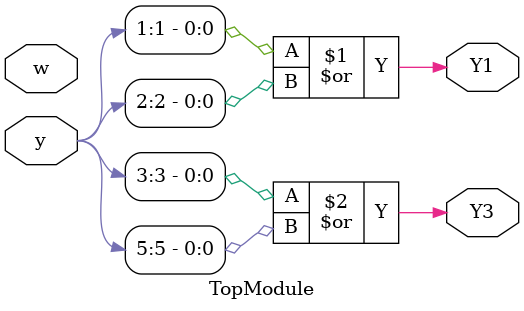
<source format=sv>

module TopModule (
    input  [5:0] y,
    input        w,
    output       Y1,
    output       Y3
);

// Condition for Y1 to be high (active) when in states B (y[1]) or C (y[2])
assign Y1 = y[1] | y[2]; // B or C

// Condition for Y3 to be high (active) when in states D (y[3]) or F (y[5])
assign Y3 = y[3] | y[5]; // D or F

// Next state logic for one-hot encoding
always @(*) begin
    case (y)
        6'b000001: begin // State A
            next_state = (w) ? 6'b000010 : 6'b000001; // B or A
        end
        6'b000010: begin // State B
            next_state = (w) ? 6'b000100 : 6'b001000; // C or D
        end
        6'b000100: begin // State C
            next_state = (w) ? 6'b010000 : 6'b001000; // E or D
        end
        6'b001000: begin // State D
            next_state = (w) ? 6'b100000 : 6'b000001; // F or A
        end
        6'b010000: begin // State E
            next_state = (w) ? 6'b010000 : 6'b001000; // E or D
        end
        6'b100000: begin // State F
            next_state = (w) ? 6'b000100 : 6'b001000; // C or D
        end
        default: next_state = 6'b000001; // Reset to state A
    endcase
end

endmodule
</source>
